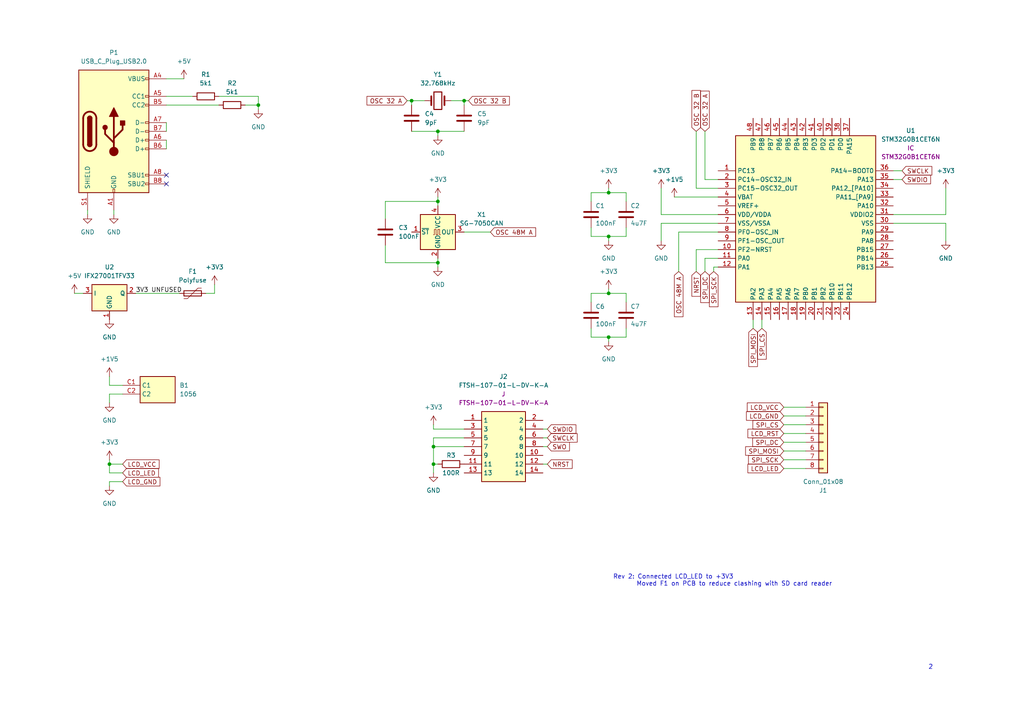
<source format=kicad_sch>
(kicad_sch (version 20211123) (generator eeschema)
  (paper "A4")
  (lib_symbols
    (symbol "1056:1056"
      (property "Value" "1056" (at 0 0 0))
      (property "Reference_1" "H" (at 16.51 7.62 0))
      (property "Value_1" "1056" (at 16.51 5.08 0))
      (symbol "1056_1_1"
        (rectangle (start 5.08 2.54) (end 15.24 -5.08) (stroke (width 0.254)) (fill (type background)))
        (pin passive line (at 0 0 0) (length 5.08) (name "C1") (number "C1"))
        (pin passive line (at 0 -2.54 0) (length 5.08) (name "C2") (number "C2"))
      )
    )
    (symbol "Connector:USB_C_Receptacle_USB2.0" (pin_names (offset 1.016))
      (property "Reference" "J" (at -10.16 19.05 0))
      (property "Value" "USB_C_Receptacle_USB2.0" (at 19.05 19.05 0))
      (symbol "USB_C_Receptacle_USB2.0_0_0"
        (rectangle (start -0.254 -17.78) (end 0.254 -16.764))
        (rectangle (start 10.16 -14.986) (end 9.144 -15.494))
        (rectangle (start 10.16 -12.446) (end 9.144 -12.954))
        (rectangle (start 10.16 -4.826) (end 9.144 -5.334))
        (rectangle (start 10.16 -2.286) (end 9.144 -2.794))
        (rectangle (start 10.16 0.254) (end 9.144 -0.254))
        (rectangle (start 10.16 2.794) (end 9.144 2.286))
        (rectangle (start 10.16 7.874) (end 9.144 7.366))
        (rectangle (start 10.16 10.414) (end 9.144 9.906))
        (rectangle (start 10.16 15.494) (end 9.144 14.986))
      )
      (symbol "USB_C_Receptacle_USB2.0_0_1"
        (rectangle (start -10.16 17.78) (end 10.16 -17.78) (stroke (width 0.254)) (fill (type background)))
        (arc (start -8.89 -3.81) (mid -6.985 -5.715) (end -5.08 -3.81) (stroke (width 0.508)))
        (arc (start -7.62 -3.81) (mid -6.985 -4.445) (end -6.35 -3.81) (stroke (width 0.254)))
        (arc (start -7.62 -3.81) (mid -6.985 -4.445) (end -6.35 -3.81) (stroke (width 0.254)) (fill (type outline)))
        (rectangle (start -7.62 -3.81) (end -6.35 3.81) (stroke (width 0.254)) (fill (type outline)))
        (arc (start -6.35 3.81) (mid -6.985 4.445) (end -7.62 3.81) (stroke (width 0.254)))
        (arc (start -6.35 3.81) (mid -6.985 4.445) (end -7.62 3.81) (stroke (width 0.254)) (fill (type outline)))
        (arc (start -5.08 3.81) (mid -6.985 5.715) (end -8.89 3.81) (stroke (width 0.508)))
        (circle (center -2.54 1.143) (radius 0.635) (stroke (width 0.254)) (fill (type outline)))
        (circle (center 0 -5.842) (radius 1.27) (fill (type outline)))
        (polyline (pts (xy -8.89 -3.81) (xy -8.89 3.81)) (stroke (width 0.508)))
        (polyline (pts (xy -5.08 3.81) (xy -5.08 -3.81)) (stroke (width 0.508)))
        (polyline (pts (xy 0 -5.842) (xy 0 4.318)) (stroke (width 0.508)))
        (polyline (pts (xy 0 -3.302) (xy -2.54 -0.762) (xy -2.54 0.508)) (stroke (width 0.508)))
        (polyline (pts (xy 0 -2.032) (xy 2.54 0.508) (xy 2.54 1.778)) (stroke (width 0.508)))
        (polyline (pts (xy -1.27 4.318) (xy 0 6.858) (xy 1.27 4.318) (xy -1.27 4.318)) (stroke (width 0.254)) (fill (type outline)))
        (rectangle (start 1.905 1.778) (end 3.175 3.048) (stroke (width 0.254)) (fill (type outline)))
      )
      (symbol "USB_C_Receptacle_USB2.0_1_1"
        (pin passive line (at 0 -22.86 90) (length 5.08) (name "GND") (number "A1"))
        (pin passive line (at 0 -22.86 90) (length 5.08) hide (name "GND") (number "A12"))
        (pin passive line (at 15.24 15.24 180) (length 5.08) (name "VBUS") (number "A4"))
        (pin bidirectional line (at 15.24 10.16 180) (length 5.08) (name "CC1") (number "A5"))
        (pin bidirectional line (at 15.24 -2.54 180) (length 5.08) (name "D+") (number "A6"))
        (pin bidirectional line (at 15.24 2.54 180) (length 5.08) (name "D-") (number "A7"))
        (pin bidirectional line (at 15.24 -12.7 180) (length 5.08) (name "SBU1") (number "A8"))
        (pin passive line (at 15.24 15.24 180) (length 5.08) hide (name "VBUS") (number "A9"))
        (pin passive line (at 0 -22.86 90) (length 5.08) hide (name "GND") (number "B1"))
        (pin passive line (at 0 -22.86 90) (length 5.08) hide (name "GND") (number "B12"))
        (pin passive line (at 15.24 15.24 180) (length 5.08) hide (name "VBUS") (number "B4"))
        (pin bidirectional line (at 15.24 7.62 180) (length 5.08) (name "CC2") (number "B5"))
        (pin bidirectional line (at 15.24 -5.08 180) (length 5.08) (name "D+") (number "B6"))
        (pin bidirectional line (at 15.24 0 180) (length 5.08) (name "D-") (number "B7"))
        (pin bidirectional line (at 15.24 -15.24 180) (length 5.08) (name "SBU2") (number "B8"))
        (pin passive line (at 15.24 15.24 180) (length 5.08) hide (name "VBUS") (number "B9"))
        (pin passive line (at -7.62 -22.86 90) (length 5.08) (name "SHIELD") (number "S1"))
      )
    )
    (symbol "Connector_Generic:Conn_01x08" (pin_names (offset 1.016) hide)
      (property "Reference" "J" (at 0 10.16 0))
      (property "Value" "Conn_01x08" (at 0 -12.7 0))
      (symbol "Conn_01x08_1_1"
        (rectangle (start -1.27 -10.033) (end 0 -10.287) (stroke (width 0.1524)))
        (rectangle (start -1.27 -7.493) (end 0 -7.747) (stroke (width 0.1524)))
        (rectangle (start -1.27 -4.953) (end 0 -5.207) (stroke (width 0.1524)))
        (rectangle (start -1.27 -2.413) (end 0 -2.667) (stroke (width 0.1524)))
        (rectangle (start -1.27 0.127) (end 0 -0.127) (stroke (width 0.1524)))
        (rectangle (start -1.27 2.667) (end 0 2.413) (stroke (width 0.1524)))
        (rectangle (start -1.27 5.207) (end 0 4.953) (stroke (width 0.1524)))
        (rectangle (start -1.27 7.747) (end 0 7.493) (stroke (width 0.1524)))
        (rectangle (start -1.27 8.89) (end 1.27 -11.43) (stroke (width 0.254)) (fill (type background)))
        (pin passive line (at -5.08 7.62 0) (length 3.81) (name "Pin_1") (number "1"))
        (pin passive line (at -5.08 5.08 0) (length 3.81) (name "Pin_2") (number "2"))
        (pin passive line (at -5.08 2.54 0) (length 3.81) (name "Pin_3") (number "3"))
        (pin passive line (at -5.08 0 0) (length 3.81) (name "Pin_4") (number "4"))
        (pin passive line (at -5.08 -2.54 0) (length 3.81) (name "Pin_5") (number "5"))
        (pin passive line (at -5.08 -5.08 0) (length 3.81) (name "Pin_6") (number "6"))
        (pin passive line (at -5.08 -7.62 0) (length 3.81) (name "Pin_7") (number "7"))
        (pin passive line (at -5.08 -10.16 0) (length 3.81) (name "Pin_8") (number "8"))
      )
    )
    (symbol "Device:C" (pin_numbers hide) (pin_names (offset 0.254))
      (property "Reference" "C" (at 0.635 2.54 0))
      (property "Value" "C" (at 0.635 -2.54 0))
      (symbol "C_0_1"
        (polyline (pts (xy -2.032 -0.762) (xy 2.032 -0.762)) (stroke (width 0.508)))
        (polyline (pts (xy -2.032 0.762) (xy 2.032 0.762)) (stroke (width 0.508)))
      )
      (symbol "C_1_1"
        (pin passive line (at 0 3.81 270) (length 2.794) (name "~") (number "1"))
        (pin passive line (at 0 -3.81 90) (length 2.794) (name "~") (number "2"))
      )
    )
    (symbol "Device:Crystal" (pin_numbers hide) (pin_names (offset 1.016) hide)
      (property "Reference" "Y" (at 0 3.81 0))
      (property "Value" "Crystal" (at 0 -3.81 0))
      (symbol "Crystal_0_1"
        (rectangle (start -1.143 2.54) (end 1.143 -2.54) (stroke (width 0.3048)))
        (polyline (pts (xy -2.54 0) (xy -1.905 0)))
        (polyline (pts (xy -1.905 -1.27) (xy -1.905 1.27)) (stroke (width 0.508)))
        (polyline (pts (xy 1.905 -1.27) (xy 1.905 1.27)) (stroke (width 0.508)))
        (polyline (pts (xy 2.54 0) (xy 1.905 0)))
      )
      (symbol "Crystal_1_1"
        (pin passive line (at -3.81 0 0) (length 1.27) (name "1") (number "1"))
        (pin passive line (at 3.81 0 180) (length 1.27) (name "2") (number "2"))
      )
    )
    (symbol "Device:Polyfuse" (pin_numbers hide) (pin_names (offset 0))
      (property "Reference" "F" (at -2.54 0 90))
      (property "Value" "Polyfuse" (at 2.54 0 90))
      (symbol "Polyfuse_0_1"
        (rectangle (start -0.762 2.54) (end 0.762 -2.54) (stroke (width 0.254)))
        (polyline (pts (xy 0 2.54) (xy 0 -2.54)))
        (polyline (pts (xy -1.524 2.54) (xy -1.524 1.524) (xy 1.524 -1.524) (xy 1.524 -2.54)))
      )
      (symbol "Polyfuse_1_1"
        (pin passive line (at 0 3.81 270) (length 1.27) (name "~") (number "1"))
        (pin passive line (at 0 -3.81 90) (length 1.27) (name "~") (number "2"))
      )
    )
    (symbol "Device:R" (pin_numbers hide) (pin_names (offset 0))
      (property "Reference" "R" (at 2.032 0 90))
      (property "Value" "R" (at 0 0 90))
      (symbol "R_0_1"
        (rectangle (start -1.016 -2.54) (end 1.016 2.54) (stroke (width 0.254)))
      )
      (symbol "R_1_1"
        (pin passive line (at 0 3.81 270) (length 1.27) (name "~") (number "1"))
        (pin passive line (at 0 -3.81 90) (length 1.27) (name "~") (number "2"))
      )
    )
    (symbol "FTSH-107-01-L-DV-K-A:FTSH-107-01-L-DV-K-A"
      (property "Value" "FTSH-107-01-L-DV-K-A" (at 0 0 0))
      (property "Reference_1" "J" (at 19.05 7.62 0))
      (property "Value_1" "FTSH-107-01-L-DV-K-A" (at 19.05 5.08 0))
      (symbol "FTSH-107-01-L-DV-K-A_1_1"
        (rectangle (start 5.08 2.54) (end 17.78 -17.78) (stroke (width 0.254)) (fill (type background)))
        (pin passive line (at 0 0 0) (length 5.08) (name "1") (number "1"))
        (pin passive line (at 22.86 -10.16 180) (length 5.08) (name "10") (number "10"))
        (pin passive line (at 0 -12.7 0) (length 5.08) (name "11") (number "11"))
        (pin passive line (at 22.86 -12.7 180) (length 5.08) (name "12") (number "12"))
        (pin passive line (at 0 -15.24 0) (length 5.08) (name "13") (number "13"))
        (pin passive line (at 22.86 -15.24 180) (length 5.08) (name "14") (number "14"))
        (pin passive line (at 22.86 0 180) (length 5.08) (name "2") (number "2"))
        (pin passive line (at 0 -2.54 0) (length 5.08) (name "3") (number "3"))
        (pin passive line (at 22.86 -2.54 180) (length 5.08) (name "4") (number "4"))
        (pin passive line (at 0 -5.08 0) (length 5.08) (name "5") (number "5"))
        (pin passive line (at 22.86 -5.08 180) (length 5.08) (name "6") (number "6"))
        (pin passive line (at 0 -7.62 0) (length 5.08) (name "7") (number "7"))
        (pin passive line (at 22.86 -7.62 180) (length 5.08) (name "8") (number "8"))
        (pin passive line (at 0 -10.16 0) (length 5.08) (name "9") (number "9"))
      )
    )
    (symbol "Oscillator:SG-7050CAN" (pin_names (offset 0.254))
      (property "Reference" "X" (at -5.08 6.35 0))
      (property "Value" "SG-7050CAN" (at 1.27 -6.35 0))
      (symbol "SG-7050CAN_0_1"
        (rectangle (start -5.08 5.08) (end 5.08 -5.08) (stroke (width 0.254)) (fill (type background)))
        (polyline (pts (xy -1.27 -0.762) (xy -1.016 -0.762) (xy -1.016 0.762) (xy -0.508 0.762) (xy -0.508 -0.762) (xy 0 -0.762) (xy 0 0.762) (xy 0.508 0.762) (xy 0.508 -0.762) (xy 0.762 -0.762)))
      )
      (symbol "SG-7050CAN_1_1"
        (pin input line (at -7.62 0 0) (length 2.54) (name "~{ST}") (number "1"))
        (pin power_in line (at 0 -7.62 90) (length 2.54) (name "GND") (number "2"))
        (pin output line (at 7.62 0 180) (length 2.54) (name "OUT") (number "3"))
        (pin power_in line (at 0 7.62 270) (length 2.54) (name "VCC") (number "4"))
      )
    )
    (symbol "Regulator_Linear:IFX27001TFV33"
      (property "Reference" "U" (at 0 6.35 0))
      (property "Value" "IFX27001TFV33" (at 0 3.81 0))
      (symbol "IFX27001TFV33_1_1"
        (rectangle (start -5.08 2.54) (end 5.08 -5.08) (stroke (width 0.254)) (fill (type background)))
        (pin power_in line (at 0 -7.62 90) (length 2.54) (name "GND") (number "1"))
        (pin power_out line (at 7.62 0 180) (length 2.54) (name "Q") (number "2"))
        (pin power_in line (at -7.62 0 0) (length 2.54) (name "I") (number "3"))
      )
    )
    (symbol "STM32G0B1CET6N:STM32G0B1CET6N"
      (property "Value" "STM32G0B1CET6N" (at 0 0 0))
      (property "Reference_1" "IC" (at 46.99 15.24 0))
      (property "Value_1" "STM32G0B1CET6N" (at 46.99 12.7 0))
      (symbol "STM32G0B1CET6N_1_1"
        (rectangle (start 5.08 10.16) (end 45.72 -38.1) (stroke (width 0.254)) (fill (type background)))
        (pin passive line (at 0 0 0) (length 5.08) (name "PC13") (number "1"))
        (pin passive line (at 0 -22.86 0) (length 5.08) (name "PF2-NRST") (number "10"))
        (pin passive line (at 0 -25.4 0) (length 5.08) (name "PA0") (number "11"))
        (pin passive line (at 0 -27.94 0) (length 5.08) (name "PA1") (number "12"))
        (pin passive line (at 10.16 -43.18 90) (length 5.08) (name "PA2") (number "13"))
        (pin passive line (at 12.7 -43.18 90) (length 5.08) (name "PA3") (number "14"))
        (pin passive line (at 15.24 -43.18 90) (length 5.08) (name "PA4") (number "15"))
        (pin passive line (at 17.78 -43.18 90) (length 5.08) (name "PA5") (number "16"))
        (pin passive line (at 20.32 -43.18 90) (length 5.08) (name "PA6") (number "17"))
        (pin passive line (at 22.86 -43.18 90) (length 5.08) (name "PA7") (number "18"))
        (pin passive line (at 25.4 -43.18 90) (length 5.08) (name "PB0") (number "19"))
        (pin passive line (at 0 -2.54 0) (length 5.08) (name "PC14-OSC32_IN") (number "2"))
        (pin passive line (at 27.94 -43.18 90) (length 5.08) (name "PB1") (number "20"))
        (pin passive line (at 30.48 -43.18 90) (length 5.08) (name "PB2") (number "21"))
        (pin passive line (at 33.02 -43.18 90) (length 5.08) (name "PB10") (number "22"))
        (pin passive line (at 35.56 -43.18 90) (length 5.08) (name "PB11") (number "23"))
        (pin passive line (at 38.1 -43.18 90) (length 5.08) (name "PB12") (number "24"))
        (pin passive line (at 50.8 -27.94 180) (length 5.08) (name "PB13") (number "25"))
        (pin passive line (at 50.8 -25.4 180) (length 5.08) (name "PB14") (number "26"))
        (pin passive line (at 50.8 -22.86 180) (length 5.08) (name "PB15") (number "27"))
        (pin passive line (at 50.8 -20.32 180) (length 5.08) (name "PA8") (number "28"))
        (pin passive line (at 50.8 -17.78 180) (length 5.08) (name "PA9") (number "29"))
        (pin passive line (at 0 -5.08 0) (length 5.08) (name "PC15-OSC32_OUT") (number "3"))
        (pin passive line (at 50.8 -15.24 180) (length 5.08) (name "VSS") (number "30"))
        (pin passive line (at 50.8 -12.7 180) (length 5.08) (name "VDDIO2") (number "31"))
        (pin passive line (at 50.8 -10.16 180) (length 5.08) (name "PA10") (number "32"))
        (pin passive line (at 50.8 -7.62 180) (length 5.08) (name "PA11_[PA9]") (number "33"))
        (pin passive line (at 50.8 -5.08 180) (length 5.08) (name "PA12_[PA10]") (number "34"))
        (pin passive line (at 50.8 -2.54 180) (length 5.08) (name "PA13") (number "35"))
        (pin passive line (at 50.8 0 180) (length 5.08) (name "PA14-BOOT0") (number "36"))
        (pin passive line (at 38.1 15.24 270) (length 5.08) (name "PA15") (number "37"))
        (pin passive line (at 35.56 15.24 270) (length 5.08) (name "PD0") (number "38"))
        (pin passive line (at 33.02 15.24 270) (length 5.08) (name "PD1") (number "39"))
        (pin passive line (at 0 -7.62 0) (length 5.08) (name "VBAT") (number "4"))
        (pin passive line (at 30.48 15.24 270) (length 5.08) (name "PD2") (number "40"))
        (pin passive line (at 27.94 15.24 270) (length 5.08) (name "PD3") (number "41"))
        (pin passive line (at 25.4 15.24 270) (length 5.08) (name "PB3") (number "42"))
        (pin passive line (at 22.86 15.24 270) (length 5.08) (name "PB4") (number "43"))
        (pin passive line (at 20.32 15.24 270) (length 5.08) (name "PB5") (number "44"))
        (pin passive line (at 17.78 15.24 270) (length 5.08) (name "PB6") (number "45"))
        (pin passive line (at 15.24 15.24 270) (length 5.08) (name "PB7") (number "46"))
        (pin passive line (at 12.7 15.24 270) (length 5.08) (name "PB8") (number "47"))
        (pin passive line (at 10.16 15.24 270) (length 5.08) (name "PB9") (number "48"))
        (pin passive line (at 0 -10.16 0) (length 5.08) (name "VREF+") (number "5"))
        (pin passive line (at 0 -12.7 0) (length 5.08) (name "VDD/VDDA") (number "6"))
        (pin passive line (at 0 -15.24 0) (length 5.08) (name "VSS/VSSA") (number "7"))
        (pin passive line (at 0 -17.78 0) (length 5.08) (name "PF0-OSC_IN") (number "8"))
        (pin passive line (at 0 -20.32 0) (length 5.08) (name "PF1-OSC_OUT") (number "9"))
      )
    )
    (symbol "power:+1V5" (power) (pin_names (offset 0))
      (property "Value" "+1V5" (at 0 3.556 0))
      (symbol "+1V5_0_1"
        (polyline (pts (xy -0.762 1.27) (xy 0 2.54)))
        (polyline (pts (xy 0 0) (xy 0 2.54)))
        (polyline (pts (xy 0 2.54) (xy 0.762 1.27)))
      )
      (symbol "+1V5_1_1"
        (pin power_in line (at 0 0 90) (length 0) hide (name "+1V5") (number "1"))
      )
    )
    (symbol "power:+3.3V" (power) (pin_names (offset 0))
      (property "Value" "+3.3V" (at 0 3.556 0))
      (symbol "+3.3V_0_1"
        (polyline (pts (xy -0.762 1.27) (xy 0 2.54)))
        (polyline (pts (xy 0 0) (xy 0 2.54)))
        (polyline (pts (xy 0 2.54) (xy 0.762 1.27)))
      )
      (symbol "+3.3V_1_1"
        (pin power_in line (at 0 0 90) (length 0) hide (name "+3V3") (number "1"))
      )
    )
    (symbol "power:+5V" (power) (pin_names (offset 0))
      (property "Value" "+5V" (at 0 3.556 0))
      (symbol "+5V_0_1"
        (polyline (pts (xy -0.762 1.27) (xy 0 2.54)))
        (polyline (pts (xy 0 0) (xy 0 2.54)))
        (polyline (pts (xy 0 2.54) (xy 0.762 1.27)))
      )
      (symbol "+5V_1_1"
        (pin power_in line (at 0 0 90) (length 0) hide (name "+5V") (number "1"))
      )
    )
    (symbol "power:GND" (power) (pin_names (offset 0))
      (property "Value" "GND" (at 0 -3.81 0))
      (symbol "GND_0_1"
        (polyline (pts (xy 0 0) (xy 0 -1.27) (xy 1.27 -1.27) (xy 0 -2.54) (xy -1.27 -1.27) (xy 0 -1.27)))
      )
      (symbol "GND_1_1"
        (pin power_in line (at 0 0 270) (length 0) hide (name "GND") (number "1"))
      )
    )
  )
  (junction (at 127 76.2))
  (junction (at 125.73 129.54))
  (junction (at 134.62 29.21))
  (junction (at 176.53 55.88))
  (junction (at 176.53 85.09))
  (junction (at 176.53 97.79))
  (junction (at 127 38.1))
  (junction (at 119.38 29.21))
  (junction (at 74.93 30.48))
  (junction (at 125.73 134.62))
  (junction (at 127 58.42))
  (junction (at 176.53 68.58))
  (junction (at 31.75 134.62))
  (no_connect (at 48.26 53.34))
  (no_connect (at 48.26 50.8))
  (wire (pts (xy 125.73 134.62) (xy 125.73 137.16)))
  (wire (pts (xy 227.33 130.81) (xy 233.68 130.81)))
  (wire (pts (xy 259.08 62.23) (xy 274.32 62.23)))
  (wire (pts (xy 31.75 134.62) (xy 35.56 134.62)))
  (wire (pts (xy 31.75 114.3) (xy 35.56 114.3)))
  (wire (pts (xy 111.76 71.12) (xy 111.76 76.2)))
  (wire (pts (xy 176.53 55.88) (xy 176.53 54.61)))
  (wire (pts (xy 208.28 77.47) (xy 207.01 77.47)))
  (wire (pts (xy 48.26 40.64) (xy 48.26 43.18)))
  (wire (pts (xy 181.61 68.58) (xy 181.61 66.04)))
  (wire (pts (xy 35.56 139.7) (xy 31.75 139.7)))
  (wire (pts (xy 218.44 92.71) (xy 218.44 95.25)))
  (wire (pts (xy 74.93 30.48) (xy 74.93 31.75)))
  (wire (pts (xy 134.62 67.31) (xy 142.24 67.31)))
  (wire (pts (xy 31.75 133.35) (xy 31.75 134.62)))
  (wire (pts (xy 119.38 29.21) (xy 119.38 30.48)))
  (wire (pts (xy 171.45 87.63) (xy 171.45 85.09)))
  (wire (pts (xy 227.33 118.11) (xy 233.68 118.11)))
  (wire (pts (xy 127 38.1) (xy 134.62 38.1)))
  (wire (pts (xy 171.45 97.79) (xy 176.53 97.79)))
  (wire (pts (xy 118.11 29.21) (xy 119.38 29.21)))
  (wire (pts (xy 125.73 129.54) (xy 125.73 134.62)))
  (wire (pts (xy 201.93 72.39) (xy 208.28 72.39)))
  (wire (pts (xy 125.73 124.46) (xy 134.62 124.46)))
  (wire (pts (xy 157.48 127) (xy 158.75 127)))
  (wire (pts (xy 134.62 29.21) (xy 134.62 30.48)))
  (wire (pts (xy 208.28 64.77) (xy 191.77 64.77)))
  (wire (pts (xy 125.73 123.19) (xy 125.73 124.46)))
  (wire (pts (xy 204.47 52.07) (xy 208.28 52.07)))
  (wire (pts (xy 176.53 85.09) (xy 176.53 83.82)))
  (wire (pts (xy 227.33 120.65) (xy 233.68 120.65)))
  (wire (pts (xy 158.75 134.62) (xy 157.48 134.62)))
  (wire (pts (xy 171.45 55.88) (xy 176.53 55.88)))
  (wire (pts (xy 176.53 55.88) (xy 181.61 55.88)))
  (wire (pts (xy 134.62 29.21) (xy 135.89 29.21)))
  (wire (pts (xy 171.45 68.58) (xy 176.53 68.58)))
  (wire (pts (xy 31.75 109.22) (xy 31.75 111.76)))
  (wire (pts (xy 127 76.2) (xy 127 74.93)))
  (wire (pts (xy 208.28 74.93) (xy 204.47 74.93)))
  (wire (pts (xy 35.56 137.16) (xy 31.75 137.16)))
  (wire (pts (xy 127 58.42) (xy 111.76 58.42)))
  (wire (pts (xy 125.73 127) (xy 125.73 129.54)))
  (wire (pts (xy 204.47 38.1) (xy 204.47 52.07)))
  (wire (pts (xy 191.77 62.23) (xy 208.28 62.23)))
  (wire (pts (xy 195.58 57.15) (xy 208.28 57.15)))
  (wire (pts (xy 171.45 66.04) (xy 171.45 68.58)))
  (wire (pts (xy 63.5 27.94) (xy 74.93 27.94)))
  (wire (pts (xy 196.85 67.31) (xy 208.28 67.31)))
  (wire (pts (xy 125.73 127) (xy 134.62 127)))
  (wire (pts (xy 171.45 85.09) (xy 176.53 85.09)))
  (wire (pts (xy 181.61 85.09) (xy 181.61 87.63)))
  (wire (pts (xy 31.75 116.84) (xy 31.75 114.3)))
  (wire (pts (xy 171.45 95.25) (xy 171.45 97.79)))
  (wire (pts (xy 227.33 125.73) (xy 233.68 125.73)))
  (wire (pts (xy 227.33 133.35) (xy 233.68 133.35)))
  (wire (pts (xy 201.93 54.61) (xy 208.28 54.61)))
  (wire (pts (xy 33.02 62.23) (xy 33.02 60.96)))
  (wire (pts (xy 227.33 128.27) (xy 233.68 128.27)))
  (wire (pts (xy 71.12 30.48) (xy 74.93 30.48)))
  (wire (pts (xy 39.37 85.09) (xy 52.07 85.09)))
  (wire (pts (xy 127 58.42) (xy 127 59.69)))
  (wire (pts (xy 176.53 85.09) (xy 181.61 85.09)))
  (wire (pts (xy 125.73 134.62) (xy 127 134.62)))
  (wire (pts (xy 111.76 58.42) (xy 111.76 63.5)))
  (wire (pts (xy 274.32 54.61) (xy 274.32 62.23)))
  (wire (pts (xy 119.38 38.1) (xy 127 38.1)))
  (wire (pts (xy 196.85 78.74) (xy 196.85 67.31)))
  (wire (pts (xy 48.26 27.94) (xy 55.88 27.94)))
  (wire (pts (xy 220.98 92.71) (xy 220.98 95.25)))
  (wire (pts (xy 259.08 64.77) (xy 274.32 64.77)))
  (wire (pts (xy 191.77 64.77) (xy 191.77 69.85)))
  (wire (pts (xy 31.75 111.76) (xy 35.56 111.76)))
  (wire (pts (xy 48.26 35.56) (xy 48.26 38.1)))
  (wire (pts (xy 134.62 129.54) (xy 125.73 129.54)))
  (wire (pts (xy 274.32 64.77) (xy 274.32 69.85)))
  (wire (pts (xy 123.19 29.21) (xy 119.38 29.21)))
  (wire (pts (xy 176.53 68.58) (xy 181.61 68.58)))
  (wire (pts (xy 259.08 52.07) (xy 261.62 52.07)))
  (wire (pts (xy 127 76.2) (xy 127 77.47)))
  (wire (pts (xy 176.53 68.58) (xy 176.53 69.85)))
  (wire (pts (xy 74.93 27.94) (xy 74.93 30.48)))
  (wire (pts (xy 62.23 85.09) (xy 62.23 82.55)))
  (wire (pts (xy 59.69 85.09) (xy 62.23 85.09)))
  (wire (pts (xy 127 57.15) (xy 127 58.42)))
  (wire (pts (xy 181.61 55.88) (xy 181.61 58.42)))
  (wire (pts (xy 130.81 29.21) (xy 134.62 29.21)))
  (wire (pts (xy 31.75 137.16) (xy 31.75 134.62)))
  (wire (pts (xy 48.26 22.86) (xy 53.34 22.86)))
  (wire (pts (xy 127 38.1) (xy 127 39.37)))
  (wire (pts (xy 227.33 123.19) (xy 233.68 123.19)))
  (wire (pts (xy 111.76 76.2) (xy 127 76.2)))
  (wire (pts (xy 259.08 49.53) (xy 261.62 49.53)))
  (wire (pts (xy 25.4 62.23) (xy 25.4 60.96)))
  (wire (pts (xy 181.61 97.79) (xy 181.61 95.25)))
  (wire (pts (xy 157.48 124.46) (xy 158.75 124.46)))
  (wire (pts (xy 48.26 30.48) (xy 63.5 30.48)))
  (wire (pts (xy 171.45 58.42) (xy 171.45 55.88)))
  (wire (pts (xy 191.77 54.61) (xy 191.77 62.23)))
  (wire (pts (xy 207.01 77.47) (xy 207.01 78.74)))
  (wire (pts (xy 21.59 85.09) (xy 24.13 85.09)))
  (wire (pts (xy 31.75 139.7) (xy 31.75 140.97)))
  (wire (pts (xy 176.53 97.79) (xy 176.53 99.06)))
  (wire (pts (xy 201.93 38.1) (xy 201.93 54.61)))
  (wire (pts (xy 201.93 78.74) (xy 201.93 72.39)))
  (wire (pts (xy 227.33 135.89) (xy 233.68 135.89)))
  (wire (pts (xy 176.53 97.79) (xy 181.61 97.79)))
  (wire (pts (xy 204.47 74.93) (xy 204.47 78.74)))
  (wire (pts (xy 157.48 129.54) (xy 158.75 129.54)))
  (text "2" (at 269.24 194.31 0) (effects (font (size 1.27 1.27)) (justify left bottom)))
  (text "Rev 2: Connected LCD_LED to +3V3\n       Moved F1 on PCB to reduce clashing with SD card reader" (at 177.8 170.18 0) (effects (font (size 1.27 1.27)) (justify left bottom)))
  (label "3V3 UNFUSED" (at 39.37 85.09 0))
  (global_label "SPI_MOSI" (shape input) (at 227.33 130.81 180) (property "Intersheet References" "${INTERSHEET_REFS}" (effects hide)))
  (global_label "LCD_LED" (shape input) (at 227.33 135.89 180) (property "Intersheet References" "${INTERSHEET_REFS}" (effects hide)))
  (global_label "SPI_CS" (shape input) (at 220.98 95.25 270) (property "Intersheet References" "${INTERSHEET_REFS}" (effects hide)))
  (global_label "NRST" (shape input) (at 201.93 78.74 270) (property "Intersheet References" "${INTERSHEET_REFS}" (effects hide)))
  (global_label "LCD_GND" (shape input) (at 35.56 139.7 0) (property "Intersheet References" "${INTERSHEET_REFS}" (effects hide)))
  (global_label "LCD_GND" (shape input) (at 227.33 120.65 180) (property "Intersheet References" "${INTERSHEET_REFS}" (effects hide)))
  (global_label "OSC 48M A" (shape input) (at 142.24 67.31 0) (property "Intersheet References" "${INTERSHEET_REFS}" (effects hide)))
  (global_label "SWCLK" (shape input) (at 158.75 127 0) (property "Intersheet References" "${INTERSHEET_REFS}" (effects hide)))
  (global_label "SWDIO" (shape input) (at 158.75 124.46 0) (property "Intersheet References" "${INTERSHEET_REFS}" (effects hide)))
  (global_label "SPI_CS" (shape input) (at 227.33 123.19 180) (property "Intersheet References" "${INTERSHEET_REFS}" (effects hide)))
  (global_label "LCD_LED" (shape input) (at 35.56 137.16 0) (property "Intersheet References" "${INTERSHEET_REFS}" (effects hide)))
  (global_label "OSC 32 B" (shape input) (at 135.89 29.21 0) (property "Intersheet References" "${INTERSHEET_REFS}" (effects hide)))
  (global_label "LCD_RST" (shape input) (at 227.33 125.73 180) (property "Intersheet References" "${INTERSHEET_REFS}" (effects hide)))
  (global_label "SPI_SCK" (shape input) (at 227.33 133.35 180) (property "Intersheet References" "${INTERSHEET_REFS}" (effects hide)))
  (global_label "NRST" (shape input) (at 158.75 134.62 0) (property "Intersheet References" "${INTERSHEET_REFS}" (effects hide)))
  (global_label "SPI_DC" (shape input) (at 227.33 128.27 180) (property "Intersheet References" "${INTERSHEET_REFS}" (effects hide)))
  (global_label "LCD_VCC" (shape input) (at 227.33 118.11 180) (property "Intersheet References" "${INTERSHEET_REFS}" (effects hide)))
  (global_label "OSC 32 B" (shape input) (at 201.93 38.1 90) (property "Intersheet References" "${INTERSHEET_REFS}" (effects hide)))
  (global_label "SWO" (shape input) (at 158.75 129.54 0) (property "Intersheet References" "${INTERSHEET_REFS}" (effects hide)))
  (global_label "SPI_SCK" (shape input) (at 207.01 78.74 270) (property "Intersheet References" "${INTERSHEET_REFS}" (effects hide)))
  (global_label "OSC 48M A" (shape input) (at 196.85 78.74 270) (property "Intersheet References" "${INTERSHEET_REFS}" (effects hide)))
  (global_label "SWCLK" (shape input) (at 261.62 49.53 0) (property "Intersheet References" "${INTERSHEET_REFS}" (effects hide)))
  (global_label "SWDIO" (shape input) (at 261.62 52.07 0) (property "Intersheet References" "${INTERSHEET_REFS}" (effects hide)))
  (global_label "SPI_MOSI" (shape input) (at 218.44 95.25 270) (property "Intersheet References" "${INTERSHEET_REFS}" (effects hide)))
  (global_label "OSC 32 A" (shape input) (at 118.11 29.21 180) (property "Intersheet References" "${INTERSHEET_REFS}" (effects hide)))
  (global_label "OSC 32 A" (shape input) (at 204.47 38.1 90) (property "Intersheet References" "${INTERSHEET_REFS}" (effects hide)))
  (global_label "SPI_DC" (shape input) (at 204.47 78.74 270) (property "Intersheet References" "${INTERSHEET_REFS}" (effects hide)))
  (global_label "LCD_VCC" (shape input) (at 35.56 134.62 0) (property "Intersheet References" "${INTERSHEET_REFS}" (effects hide)))
  (symbol (lib_id "Oscillator:SG-7050CAN") (at 127 67.31 0) (unit 1)
    (property "Reference" "X1" (at 139.7 62.23 0))
    (property "Value" "SG-7050CAN" (at 139.7 64.77 0))
    (property "Footprint" "Oscillator:Oscillator_SMD_SeikoEpson_SG8002CA-4Pin_7.0x5.0mm" (effects hide))
    (property "Datasheet" "https://support.epson.biz/td/api/doc_check.php?dl=brief_SG7050CAN&lang=en" (effects hide))
    (property "BOM" "Y" (effects hide))
  )
  (symbol (lib_id "power:GND") (at 33.02 62.23 0) (unit 1)
    (property "Reference" "#PWR0107" (effects hide))
    (property "Value" "GND" (at 33.02 67.31 0))
  )
  (symbol (lib_id "power:+3.3V") (at 191.77 54.61 0) (unit 1)
    (property "Reference" "#PWR0102" (effects hide))
    (property "Value" "+3.3V" (at 191.77 49.53 0))
  )
  (symbol (lib_id "power:GND") (at 176.53 99.06 0) (unit 1)
    (property "Reference" "#PWR0122" (effects hide))
    (property "Value" "GND" (at 176.53 104.14 0))
  )
  (symbol (lib_id "STM32G0B1CET6N:STM32G0B1CET6N") (at 208.28 49.53 0) (unit 1)
    (property "Reference" "U1" (at 264.16 37.8712 0))
    (property "Value" "STM32G0B1CET6N" (at 264.16 40.4112 0))
    (property "Footprint" "Package_QFP:LQFP-48_7x7mm_P0.5mm" (effects hide))
    (property "Reference_1" "IC" (at 264.16 42.9512 0))
    (property "Value_1" "STM32G0B1CET6N" (at 264.16 45.4912 0))
    (property "Footprint_1" "QFP50P900X900X160-48N" (effects hide))
    (property "Datasheet_1" "https://www.st.com/resource/en/datasheet/stm32g0b1cc.pdf" (effects hide))
    (property "Height" "1.6" (effects hide))
    (property "Manufacturer_Name" "STMicroelectronics" (effects hide))
    (property "Manufacturer_Part_Number" "STM32G0B1CET6N" (effects hide))
    (property "Mouser Part Number" "511-STM32G0B1CET6N" (effects hide))
    (property "Mouser Price/Stock" "https://www.mouser.co.uk/ProductDetail/STMicroelectronics/STM32G0B1CET6N?qs=CiayqK2gdcK2xI5l7E1NcQ%3D%3D" (effects hide))
    (property "Arrow Part Number" "STM32G0B1CET6N" (effects hide))
    (property "Arrow Price/Stock" "https://www.arrow.com/en/products/stm32g0b1cet6n/stmicroelectronics?utm_currency=USD&region=nac" (effects hide))
    (property "BOM" "Y" (effects hide))
  )
  (symbol (lib_id "Device:R") (at 130.81 134.62 90) (unit 1)
    (property "Reference" "R3" (at 130.81 132.08 90))
    (property "Value" "100R" (at 130.81 137.16 90))
    (property "Footprint" "Resistor_SMD:R_0805_2012Metric" (effects hide))
    (property "BOM" "Y" (effects hide))
  )
  (symbol (lib_id "Regulator_Linear:IFX27001TFV33") (at 31.75 85.09 0) (unit 1)
    (property "Reference" "U2" (at 31.75 77.47 0))
    (property "Value" "IFX27001TFV33" (at 31.75 80.01 0))
    (property "Footprint" "Package_TO_SOT_SMD:TO-252-3_TabPin2" (effects hide))
    (property "Datasheet" "https://static6.arrow.com/aropdfconversion/dc75757ae45a88e5f69bdce3f2a651a5fe0ca07d/ifx27001_ds_10.pdf" (effects hide))
    (property "BOM" "Y" (effects hide))
  )
  (symbol (lib_id "power:+5V") (at 53.34 22.86 0) (unit 1)
    (property "Reference" "#PWR0111" (effects hide))
    (property "Value" "+5V" (at 53.34 17.78 0))
  )
  (symbol (lib_id "power:GND") (at 127 77.47 0) (unit 1)
    (property "Reference" "#PWR0118" (effects hide))
    (property "Value" "GND" (at 127 82.55 0))
  )
  (symbol (lib_id "power:+3.3V") (at 176.53 83.82 0) (unit 1)
    (property "Reference" "#PWR0121" (effects hide))
    (property "Value" "+3.3V" (at 176.53 78.74 0))
  )
  (symbol (lib_id "FTSH-107-01-L-DV-K-A:FTSH-107-01-L-DV-K-A") (at 134.62 121.92 0) (unit 1)
    (property "Reference" "J2" (at 146.05 109.22 0))
    (property "Value" "FTSH-107-01-L-DV-K-A" (at 146.05 111.76 0))
    (property "Footprint" "FTSH-107-01-L-DV-K-A:FTSH-107-XX-YYY-DV-K-A" (effects hide))
    (property "Reference_1" "J" (at 146.05 114.3 0))
    (property "Value_1" "FTSH-107-01-L-DV-K-A" (at 146.05 116.84 0))
    (property "Footprint_1" "FTSH-107-XX-YYY-DV-K-A" (effects hide))
    (property "Datasheet_1" "http://suddendocs.samtec.com/prints/ftsh-1xx-xx-xxx-dv-xxx-xxx-mkt.pdf" (effects hide))
    (property "Manufacturer_Name" "SAMTEC" (effects hide))
    (property "Manufacturer_Part_Number" "FTSH-107-01-L-DV-K-A" (effects hide))
    (property "Mouser Part Number" "200-FTSH10701LDVKA" (effects hide))
    (property "Mouser Price/Stock" "https://www.mouser.co.uk/ProductDetail/Samtec/FTSH-107-01-L-DV-K-A?qs=PB6%2FjmICvI3xEHFou4PhNg%3D%3D" (effects hide))
    (property "Arrow Part Number" "FTSH-107-01-L-DV-K-A" (effects hide))
    (property "Arrow Price/Stock" "https://www.arrow.com/en/products/ftsh-107-01-l-dv-k-a/samtec?utm_currency=USD&region=nac" (effects hide))
    (property "BOM" "Y" (effects hide))
  )
  (symbol (lib_id "power:GND") (at 74.93 31.75 0) (unit 1)
    (property "Reference" "#PWR0110" (effects hide))
    (property "Value" "GND" (at 74.93 36.83 0))
  )
  (symbol (lib_id "Device:C") (at 171.45 62.23 0) (unit 1)
    (property "Reference" "C1" (at 172.72 59.69 0) (effects (justify left)))
    (property "Value" "100nF" (at 172.72 64.77 0) (effects (justify left)))
    (property "Footprint" "Capacitor_SMD:C_0805_2012Metric" (effects hide))
    (property "BOM" "Y" (effects hide))
  )
  (symbol (lib_id "power:+3.3V") (at 274.32 54.61 0) (unit 1)
    (property "Reference" "#PWR0119" (effects hide))
    (property "Value" "+3.3V" (at 274.32 49.53 0))
  )
  (symbol (lib_id "Device:C") (at 119.38 34.29 0) (unit 1)
    (property "Reference" "C4" (at 123.19 33.0199 0) (effects (justify left)))
    (property "Value" "9pF" (at 123.19 35.5599 0) (effects (justify left)))
    (property "Footprint" "Capacitor_SMD:C_0805_2012Metric" (effects hide))
    (property "BOM" "Y" (effects hide))
  )
  (symbol (lib_id "Device:C") (at 181.61 91.44 0) (unit 1)
    (property "Reference" "C7" (at 182.88 88.9 0) (effects (justify left)))
    (property "Value" "4u7F" (at 182.88 93.98 0) (effects (justify left)))
    (property "Footprint" "Capacitor_SMD:C_0805_2012Metric" (effects hide))
    (property "BOM" "Y" (effects hide))
  )
  (symbol (lib_id "power:GND") (at 274.32 69.85 0) (unit 1)
    (property "Reference" "#PWR0120" (effects hide))
    (property "Value" "GND" (at 274.32 74.93 0))
  )
  (symbol (lib_id "1056:1056") (at 35.56 111.76 0) (unit 1)
    (property "Reference" "B1" (at 52.07 111.7599 0) (effects (justify left)))
    (property "Value" "1056" (at 52.07 114.2999 0) (effects (justify left)))
    (property "Footprint" "1056:1056" (effects hide))
    (property "Reference_1" "H" (effects hide))
    (property "Value_1" "1056" (effects hide))
    (property "Footprint_1" "1056" (effects hide))
    (property "Datasheet_1" "https://www.keyelco.com/product.cfm/product_id/715" (effects hide))
    (property "Height" "4.24" (effects hide))
    (property "Manufacturer_Name" "Keystone Electronics" (effects hide))
    (property "Manufacturer_Part_Number" "1056" (effects hide))
    (property "Mouser Part Number" "534-1056" (effects hide))
    (property "Mouser Price/Stock" "https://www.mouser.co.uk/ProductDetail/Keystone-Electronics/1056?qs=sZfk%252BfAlGe4w00bCJntjFg%3D%3D" (effects hide))
    (property "BOM" "Y" (effects hide))
  )
  (symbol (lib_id "Device:C") (at 111.76 67.31 0) (unit 1)
    (property "Reference" "C3" (at 115.57 66.0399 0) (effects (justify left)))
    (property "Value" "100nF" (at 115.57 68.5799 0) (effects (justify left)))
    (property "Footprint" "Capacitor_SMD:C_0805_2012Metric" (effects hide))
    (property "BOM" "Y" (effects hide))
  )
  (symbol (lib_id "power:GND") (at 176.53 69.85 0) (unit 1)
    (property "Reference" "#PWR02" (effects hide))
    (property "Value" "GND" (at 176.53 74.93 0))
  )
  (symbol (lib_id "power:GND") (at 127 39.37 0) (unit 1)
    (property "Reference" "#PWR0116" (effects hide))
    (property "Value" "GND" (at 127 44.45 0))
  )
  (symbol (lib_id "Device:C") (at 181.61 62.23 0) (unit 1)
    (property "Reference" "C2" (at 182.88 59.69 0) (effects (justify left)))
    (property "Value" "4u7F" (at 182.88 64.77 0) (effects (justify left)))
    (property "Footprint" "Capacitor_SMD:C_0805_2012Metric" (effects hide))
    (property "BOM" "Y" (effects hide))
  )
  (symbol (lib_id "power:GND") (at 25.4 62.23 0) (unit 1)
    (property "Reference" "#PWR0108" (effects hide))
    (property "Value" "GND" (at 25.4 67.31 0))
  )
  (symbol (lib_id "Connector_Generic:Conn_01x08") (at 238.76 125.73 0) (unit 1)
    (property "Reference" "J1" (at 238.76 142.24 0))
    (property "Value" "Conn_01x08" (at 238.76 139.7 0))
    (property "Footprint" "Connector_PinSocket_2.54mm:PinSocket_1x08_P2.54mm_Vertical" (effects hide))
    (property "BOM" "N/A" (effects hide))
  )
  (symbol (lib_id "power:GND") (at 31.75 116.84 0) (unit 1)
    (property "Reference" "#PWR0105" (effects hide))
    (property "Value" "GND" (at 31.75 121.92 0))
  )
  (symbol (lib_id "Connector:USB_C_Receptacle_USB2.0") (at 33.02 38.1 0) (unit 1)
    (property "Reference" "P1" (at 33.02 15.24 0))
    (property "Value" "USB_C_Plug_USB2.0" (at 33.02 17.78 0))
    (property "Footprint" "Connector_USB:USB_C_Receptacle_GCT_USB4085" (effects hide))
    (property "Datasheet" "https://www.usb.org/sites/default/files/documents/usb_type-c.zip" (effects hide))
    (property "BOM" "Y" (effects hide))
  )
  (symbol (lib_id "Device:Polyfuse") (at 55.88 85.09 90) (unit 1)
    (property "Reference" "F1" (at 55.88 78.74 90))
    (property "Value" "Polyfuse" (at 55.88 81.28 90))
    (property "Footprint" "Fuse:Fuse_Bourns_MF-RG300" (effects hide))
    (property "BOM" "Y" (effects hide))
  )
  (symbol (lib_id "power:GND") (at 191.77 69.85 0) (unit 1)
    (property "Reference" "#PWR03" (effects hide))
    (property "Value" "GND" (at 191.77 74.93 0))
  )
  (symbol (lib_id "power:+3.3V") (at 31.75 133.35 0) (unit 1)
    (property "Reference" "#PWR0113" (effects hide))
    (property "Value" "+3.3V" (at 31.75 128.27 0))
  )
  (symbol (lib_id "power:+1V5") (at 195.58 57.15 0) (unit 1)
    (property "Reference" "#PWR0101" (effects hide))
    (property "Value" "+1V5" (at 195.58 52.07 0))
  )
  (symbol (lib_id "power:GND") (at 125.73 137.16 0) (unit 1)
    (property "Reference" "#PWR0114" (effects hide))
    (property "Value" "GND" (at 125.73 142.24 0))
  )
  (symbol (lib_id "power:+1V5") (at 31.75 109.22 0) (unit 1)
    (property "Reference" "#PWR0104" (effects hide))
    (property "Value" "+1V5" (at 31.75 104.14 0))
  )
  (symbol (lib_id "Device:C") (at 171.45 91.44 0) (unit 1)
    (property "Reference" "C6" (at 172.72 88.9 0) (effects (justify left)))
    (property "Value" "100nF" (at 172.72 93.98 0) (effects (justify left)))
    (property "Footprint" "Capacitor_SMD:C_0805_2012Metric" (effects hide))
    (property "BOM" "Y" (effects hide))
  )
  (symbol (lib_id "power:+3.3V") (at 62.23 82.55 0) (unit 1)
    (property "Reference" "#PWR0106" (effects hide))
    (property "Value" "+3.3V" (at 62.23 77.47 0))
  )
  (symbol (lib_id "power:+3.3V") (at 127 57.15 0) (unit 1)
    (property "Reference" "#PWR0117" (effects hide))
    (property "Value" "+3.3V" (at 127 52.07 0))
  )
  (symbol (lib_id "Device:C") (at 134.62 34.29 0) (unit 1)
    (property "Reference" "C5" (at 138.43 33.0199 0) (effects (justify left)))
    (property "Value" "9pF" (at 138.43 35.5599 0) (effects (justify left)))
    (property "Footprint" "Capacitor_SMD:C_0805_2012Metric" (effects hide))
    (property "BOM" "Y" (effects hide))
  )
  (symbol (lib_id "power:GND") (at 31.75 92.71 0) (unit 1)
    (property "Reference" "#PWR0103" (effects hide))
    (property "Value" "GND" (at 31.75 97.79 0))
  )
  (symbol (lib_id "power:GND") (at 31.75 140.97 0) (unit 1)
    (property "Reference" "#PWR0112" (effects hide))
    (property "Value" "GND" (at 31.75 146.05 0))
  )
  (symbol (lib_id "power:+5V") (at 21.59 85.09 0) (unit 1)
    (property "Reference" "#PWR0109" (effects hide))
    (property "Value" "+5V" (at 21.59 80.01 0))
  )
  (symbol (lib_id "Device:R") (at 67.31 30.48 90) (unit 1)
    (property "Reference" "R2" (at 67.31 24.13 90))
    (property "Value" "5k1" (at 67.31 26.67 90))
    (property "Footprint" "Resistor_SMD:R_0805_2012Metric" (effects hide))
    (property "BOM" "Y" (effects hide))
  )
  (symbol (lib_id "power:+3.3V") (at 176.53 54.61 0) (unit 1)
    (property "Reference" "#PWR01" (effects hide))
    (property "Value" "+3.3V" (at 176.53 49.53 0))
  )
  (symbol (lib_id "Device:R") (at 59.69 27.94 90) (unit 1)
    (property "Reference" "R1" (at 59.69 21.59 90))
    (property "Value" "5k1" (at 59.69 24.13 90))
    (property "Footprint" "Resistor_SMD:R_0805_2012Metric" (effects hide))
    (property "BOM" "Y" (effects hide))
  )
  (symbol (lib_id "Device:Crystal") (at 127 29.21 0) (unit 1)
    (property "Reference" "Y1" (at 127 21.59 0))
    (property "Value" "32.768kHz" (at 127 24.13 0))
    (property "Footprint" "Crystal:Crystal_SMD_3215-2Pin_3.2x1.5mm" (effects hide))
    (property "BOM" "Y" (effects hide))
  )
  (symbol (lib_id "power:+3.3V") (at 125.73 123.19 0) (unit 1)
    (property "Reference" "#PWR0115" (effects hide))
    (property "Value" "+3.3V" (at 125.73 118.11 0))
  )
)
</source>
